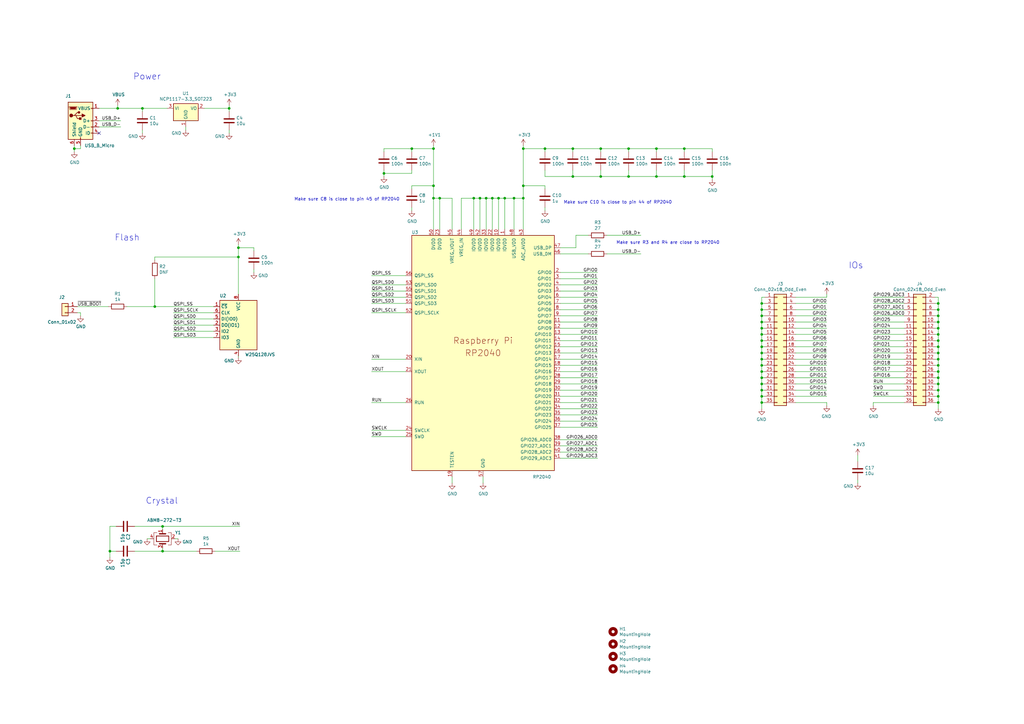
<source format=kicad_sch>
(kicad_sch (version 20230121) (generator eeschema)
  (paper "A3")
  (title_block (title "RP2040 Minimal Design Example") (date "2024-01-16") (rev "REV2") (company "Raspberry Pi Ltd"))
  (lib_symbols
    (symbol "Connector:USB_B_Micro" (pin_names (offset 1.016))
      (property "Reference" "J" (at -5.08 11.43 0))
      (property "Value" "USB_B_Micro" (at -5.08 8.89 0))
      (symbol "USB_B_Micro_0_1"
        (rectangle (start -5.08 -7.62) (end 5.08 7.62) (stroke (width 0.254)) (fill (type background)))
        (circle (center -3.81 2.159) (radius 0.635) (stroke (width 0.254)) (fill (type outline)))
        (circle (center -0.635 3.429) (radius 0.381) (stroke (width 0.254)) (fill (type outline)))
        (rectangle (start -0.127 -7.62) (end 0.127 -6.858))
        (polyline (pts (xy -1.905 2.159) (xy 0.635 2.159)) (stroke (width 0.254)))
        (polyline (pts (xy -3.175 2.159) (xy -2.54 2.159) (xy -1.27 3.429) (xy -0.635 3.429)) (stroke (width 0.254)))
        (polyline (pts (xy -2.54 2.159) (xy -1.905 2.159) (xy -1.27 0.889) (xy 0 0.889)) (stroke (width 0.254)))
        (polyline (pts (xy 0.635 2.794) (xy 0.635 1.524) (xy 1.905 2.159) (xy 0.635 2.794)) (stroke (width 0.254)) (fill (type outline)))
        (polyline (pts (xy -4.318 5.588) (xy -1.778 5.588) (xy -2.032 4.826) (xy -4.064 4.826) (xy -4.318 5.588)) (fill (type outline)))
        (polyline (pts (xy -4.699 5.842) (xy -4.699 5.588) (xy -4.445 4.826) (xy -4.445 4.572) (xy -1.651 4.572) (xy -1.651 4.826) (xy -1.397 5.588) (xy -1.397 5.842) (xy -4.699 5.842)))
        (rectangle (start 0.254 1.27) (end -0.508 0.508) (stroke (width 0.254)) (fill (type outline)))
        (rectangle (start 5.08 -5.207) (end 4.318 -4.953))
        (rectangle (start 5.08 -2.667) (end 4.318 -2.413))
        (rectangle (start 5.08 -0.127) (end 4.318 0.127))
        (rectangle (start 5.08 4.953) (end 4.318 5.207))
      )
      (symbol "USB_B_Micro_1_1"
        (pin power_out line (at 7.62 5.08 180) (length 2.54) (name "VBUS") (number "1"))
        (pin bidirectional line (at 7.62 -2.54 180) (length 2.54) (name "D-") (number "2"))
        (pin bidirectional line (at 7.62 0 180) (length 2.54) (name "D+") (number "3"))
        (pin passive line (at 7.62 -5.08 180) (length 2.54) (name "ID") (number "4"))
        (pin power_out line (at 0 -10.16 90) (length 2.54) (name "GND") (number "5"))
        (pin passive line (at -2.54 -10.16 90) (length 2.54) (name "Shield") (number "6"))
      )
    )
    (symbol "Connector_Generic:Conn_01x02" (pin_names (offset 1.016) hide)
      (property "Reference" "J" (at 0 2.54 0))
      (property "Value" "Conn_01x02" (at 0 -5.08 0))
      (symbol "Conn_01x02_1_1"
        (rectangle (start -1.27 -2.413) (end 0 -2.667) (stroke (width 0.1524)))
        (rectangle (start -1.27 0.127) (end 0 -0.127) (stroke (width 0.1524)))
        (rectangle (start -1.27 1.27) (end 1.27 -3.81) (stroke (width 0.254)) (fill (type background)))
        (pin passive line (at -5.08 0 0) (length 3.81) (name "Pin_1") (number "1"))
        (pin passive line (at -5.08 -2.54 0) (length 3.81) (name "Pin_2") (number "2"))
      )
    )
    (symbol "Connector_Generic:Conn_02x18_Odd_Even" (pin_names (offset 1.016) hide)
      (property "Reference" "J" (at 1.27 22.86 0))
      (property "Value" "Conn_02x18_Odd_Even" (at 1.27 -25.4 0))
      (symbol "Conn_02x18_Odd_Even_1_1"
        (rectangle (start -1.27 -22.733) (end 0 -22.987) (stroke (width 0.1524)))
        (rectangle (start -1.27 -20.193) (end 0 -20.447) (stroke (width 0.1524)))
        (rectangle (start -1.27 -17.653) (end 0 -17.907) (stroke (width 0.1524)))
        (rectangle (start -1.27 -15.113) (end 0 -15.367) (stroke (width 0.1524)))
        (rectangle (start -1.27 -12.573) (end 0 -12.827) (stroke (width 0.1524)))
        (rectangle (start -1.27 -10.033) (end 0 -10.287) (stroke (width 0.1524)))
        (rectangle (start -1.27 -7.493) (end 0 -7.747) (stroke (width 0.1524)))
        (rectangle (start -1.27 -4.953) (end 0 -5.207) (stroke (width 0.1524)))
        (rectangle (start -1.27 -2.413) (end 0 -2.667) (stroke (width 0.1524)))
        (rectangle (start -1.27 0.127) (end 0 -0.127) (stroke (width 0.1524)))
        (rectangle (start -1.27 2.667) (end 0 2.413) (stroke (width 0.1524)))
        (rectangle (start -1.27 5.207) (end 0 4.953) (stroke (width 0.1524)))
        (rectangle (start -1.27 7.747) (end 0 7.493) (stroke (width 0.1524)))
        (rectangle (start -1.27 10.287) (end 0 10.033) (stroke (width 0.1524)))
        (rectangle (start -1.27 12.827) (end 0 12.573) (stroke (width 0.1524)))
        (rectangle (start -1.27 15.367) (end 0 15.113) (stroke (width 0.1524)))
        (rectangle (start -1.27 17.907) (end 0 17.653) (stroke (width 0.1524)))
        (rectangle (start -1.27 20.447) (end 0 20.193) (stroke (width 0.1524)))
        (rectangle (start -1.27 21.59) (end 3.81 -24.13) (stroke (width 0.254)) (fill (type background)))
        (rectangle (start 3.81 -22.733) (end 2.54 -22.987) (stroke (width 0.1524)))
        (rectangle (start 3.81 -20.193) (end 2.54 -20.447) (stroke (width 0.1524)))
        (rectangle (start 3.81 -17.653) (end 2.54 -17.907) (stroke (width 0.1524)))
        (rectangle (start 3.81 -15.113) (end 2.54 -15.367) (stroke (width 0.1524)))
        (rectangle (start 3.81 -12.573) (end 2.54 -12.827) (stroke (width 0.1524)))
        (rectangle (start 3.81 -10.033) (end 2.54 -10.287) (stroke (width 0.1524)))
        (rectangle (start 3.81 -7.493) (end 2.54 -7.747) (stroke (width 0.1524)))
        (rectangle (start 3.81 -4.953) (end 2.54 -5.207) (stroke (width 0.1524)))
        (rectangle (start 3.81 -2.413) (end 2.54 -2.667) (stroke (width 0.1524)))
        (rectangle (start 3.81 0.127) (end 2.54 -0.127) (stroke (width 0.1524)))
        (rectangle (start 3.81 2.667) (end 2.54 2.413) (stroke (width 0.1524)))
        (rectangle (start 3.81 5.207) (end 2.54 4.953) (stroke (width 0.1524)))
        (rectangle (start 3.81 7.747) (end 2.54 7.493) (stroke (width 0.1524)))
        (rectangle (start 3.81 10.287) (end 2.54 10.033) (stroke (width 0.1524)))
        (rectangle (start 3.81 12.827) (end 2.54 12.573) (stroke (width 0.1524)))
        (rectangle (start 3.81 15.367) (end 2.54 15.113) (stroke (width 0.1524)))
        (rectangle (start 3.81 17.907) (end 2.54 17.653) (stroke (width 0.1524)))
        (rectangle (start 3.81 20.447) (end 2.54 20.193) (stroke (width 0.1524)))
        (pin passive line (at -5.08 20.32 0) (length 3.81) (name "Pin_1") (number "1"))
        (pin passive line (at 7.62 10.16 180) (length 3.81) (name "Pin_10") (number "10"))
        (pin passive line (at -5.08 7.62 0) (length 3.81) (name "Pin_11") (number "11"))
        (pin passive line (at 7.62 7.62 180) (length 3.81) (name "Pin_12") (number "12"))
        (pin passive line (at -5.08 5.08 0) (length 3.81) (name "Pin_13") (number "13"))
        (pin passive line (at 7.62 5.08 180) (length 3.81) (name "Pin_14") (number "14"))
        (pin passive line (at -5.08 2.54 0) (length 3.81) (name "Pin_15") (number "15"))
        (pin passive line (at 7.62 2.54 180) (length 3.81) (name "Pin_16") (number "16"))
        (pin passive line (at -5.08 0 0) (length 3.81) (name "Pin_17") (number "17"))
        (pin passive line (at 7.62 0 180) (length 3.81) (name "Pin_18") (number "18"))
        (pin passive line (at -5.08 -2.54 0) (length 3.81) (name "Pin_19") (number "19"))
        (pin passive line (at 7.62 20.32 180) (length 3.81) (name "Pin_2") (number "2"))
        (pin passive line (at 7.62 -2.54 180) (length 3.81) (name "Pin_20") (number "20"))
        (pin passive line (at -5.08 -5.08 0) (length 3.81) (name "Pin_21") (number "21"))
        (pin passive line (at 7.62 -5.08 180) (length 3.81) (name "Pin_22") (number "22"))
        (pin passive line (at -5.08 -7.62 0) (length 3.81) (name "Pin_23") (number "23"))
        (pin passive line (at 7.62 -7.62 180) (length 3.81) (name "Pin_24") (number "24"))
        (pin passive line (at -5.08 -10.16 0) (length 3.81) (name "Pin_25") (number "25"))
        (pin passive line (at 7.62 -10.16 180) (length 3.81) (name "Pin_26") (number "26"))
        (pin passive line (at -5.08 -12.7 0) (length 3.81) (name "Pin_27") (number "27"))
        (pin passive line (at 7.62 -12.7 180) (length 3.81) (name "Pin_28") (number "28"))
        (pin passive line (at -5.08 -15.24 0) (length 3.81) (name "Pin_29") (number "29"))
        (pin passive line (at -5.08 17.78 0) (length 3.81) (name "Pin_3") (number "3"))
        (pin passive line (at 7.62 -15.24 180) (length 3.81) (name "Pin_30") (number "30"))
        (pin passive line (at -5.08 -17.78 0) (length 3.81) (name "Pin_31") (number "31"))
        (pin passive line (at 7.62 -17.78 180) (length 3.81) (name "Pin_32") (number "32"))
        (pin passive line (at -5.08 -20.32 0) (length 3.81) (name "Pin_33") (number "33"))
        (pin passive line (at 7.62 -20.32 180) (length 3.81) (name "Pin_34") (number "34"))
        (pin passive line (at -5.08 -22.86 0) (length 3.81) (name "Pin_35") (number "35"))
        (pin passive line (at 7.62 -22.86 180) (length 3.81) (name "Pin_36") (number "36"))
        (pin passive line (at 7.62 17.78 180) (length 3.81) (name "Pin_4") (number "4"))
        (pin passive line (at -5.08 15.24 0) (length 3.81) (name "Pin_5") (number "5"))
        (pin passive line (at 7.62 15.24 180) (length 3.81) (name "Pin_6") (number "6"))
        (pin passive line (at -5.08 12.7 0) (length 3.81) (name "Pin_7") (number "7"))
        (pin passive line (at 7.62 12.7 180) (length 3.81) (name "Pin_8") (number "8"))
        (pin passive line (at -5.08 10.16 0) (length 3.81) (name "Pin_9") (number "9"))
      )
    )
    (symbol "Device:C" (pin_numbers hide) (pin_names (offset 0.254))
      (property "Reference" "C" (at 0.635 2.54 0))
      (property "Value" "C" (at 0.635 -2.54 0))
      (symbol "C_0_1"
        (polyline (pts (xy -2.032 -0.762) (xy 2.032 -0.762)) (stroke (width 0.508)))
        (polyline (pts (xy -2.032 0.762) (xy 2.032 0.762)) (stroke (width 0.508)))
      )
      (symbol "C_1_1"
        (pin passive line (at 0 3.81 270) (length 2.794) (name "~") (number "1"))
        (pin passive line (at 0 -3.81 90) (length 2.794) (name "~") (number "2"))
      )
    )
    (symbol "Device:Crystal_GND24" (pin_names (offset 1.016) hide)
      (property "Reference" "Y" (at 3.175 5.08 0))
      (property "Value" "Crystal_GND24" (at 3.175 3.175 0))
      (symbol "Crystal_GND24_0_1"
        (rectangle (start -1.143 2.54) (end 1.143 -2.54) (stroke (width 0.3048)))
        (polyline (pts (xy -2.54 0) (xy -2.032 0)))
        (polyline (pts (xy -2.032 -1.27) (xy -2.032 1.27)) (stroke (width 0.508)))
        (polyline (pts (xy 0 -3.81) (xy 0 -3.556)))
        (polyline (pts (xy 0 3.556) (xy 0 3.81)))
        (polyline (pts (xy 2.032 -1.27) (xy 2.032 1.27)) (stroke (width 0.508)))
        (polyline (pts (xy 2.032 0) (xy 2.54 0)))
        (polyline (pts (xy -2.54 -2.286) (xy -2.54 -3.556) (xy 2.54 -3.556) (xy 2.54 -2.286)))
        (polyline (pts (xy -2.54 2.286) (xy -2.54 3.556) (xy 2.54 3.556) (xy 2.54 2.286)))
      )
      (symbol "Crystal_GND24_1_1"
        (pin passive line (at -3.81 0 0) (length 1.27) (name "1") (number "1"))
        (pin passive line (at 0 5.08 270) (length 1.27) (name "2") (number "2"))
        (pin passive line (at 3.81 0 180) (length 1.27) (name "3") (number "3"))
        (pin passive line (at 0 -5.08 90) (length 1.27) (name "4") (number "4"))
      )
    )
    (symbol "Device:R" (pin_numbers hide) (pin_names (offset 0))
      (property "Reference" "R" (at 2.032 0 90))
      (property "Value" "R" (at 0 0 90))
      (symbol "R_0_1"
        (rectangle (start -1.016 -2.54) (end 1.016 2.54) (stroke (width 0.254)))
      )
      (symbol "R_1_1"
        (pin passive line (at 0 3.81 270) (length 1.27) (name "~") (number "1"))
        (pin passive line (at 0 -3.81 90) (length 1.27) (name "~") (number "2"))
      )
    )
    (symbol "MCU_RaspberryPi_RP2040:RP2040" (pin_names (offset 1.016))
      (property "Reference" "U" (at -29.21 49.53 0))
      (property "Value" "RP2040" (at 24.13 -49.53 0))
      (symbol "RP2040_0_0"
        (text "Raspberry Pi" (at 0 5.08 0) (effects (font (size 2.54 2.54))))
        (text "RP2040" (at 0 0 0) (effects (font (size 2.54 2.54))))
      )
      (symbol "RP2040_0_1"
        (rectangle (start 29.21 48.26) (end -29.21 -48.26) (stroke (width 0.254)) (fill (type background)))
      )
      (symbol "RP2040_1_1"
        (pin power_in line (at 8.89 50.8 270) (length 2.54) (name "IOVDD") (number "1"))
        (pin power_in line (at 6.35 50.8 270) (length 2.54) (name "IOVDD") (number "10"))
        (pin bidirectional line (at 31.75 12.7 180) (length 2.54) (name "GPIO8") (number "11"))
        (pin bidirectional line (at 31.75 10.16 180) (length 2.54) (name "GPIO9") (number "12"))
        (pin bidirectional line (at 31.75 7.62 180) (length 2.54) (name "GPIO10") (number "13"))
        (pin bidirectional line (at 31.75 5.08 180) (length 2.54) (name "GPIO11") (number "14"))
        (pin bidirectional line (at 31.75 2.54 180) (length 2.54) (name "GPIO12") (number "15"))
        (pin bidirectional line (at 31.75 0 180) (length 2.54) (name "GPIO13") (number "16"))
        (pin bidirectional line (at 31.75 -2.54 180) (length 2.54) (name "GPIO14") (number "17"))
        (pin bidirectional line (at 31.75 -5.08 180) (length 2.54) (name "GPIO15") (number "18"))
        (pin passive line (at -12.7 -50.8 90) (length 2.54) (name "TESTEN") (number "19"))
        (pin bidirectional line (at 31.75 33.02 180) (length 2.54) (name "GPIO0") (number "2"))
        (pin input line (at -31.75 -2.54 0) (length 2.54) (name "XIN") (number "20"))
        (pin passive line (at -31.75 -7.62 0) (length 2.54) (name "XOUT") (number "21"))
        (pin power_in line (at 3.81 50.8 270) (length 2.54) (name "IOVDD") (number "22"))
        (pin power_in line (at -17.78 50.8 270) (length 2.54) (name "DVDD") (number "23"))
        (pin output line (at -31.75 -31.75 0) (length 2.54) (name "SWCLK") (number "24"))
        (pin bidirectional line (at -31.75 -34.29 0) (length 2.54) (name "SWD") (number "25"))
        (pin input line (at -31.75 -20.32 0) (length 2.54) (name "RUN") (number "26"))
        (pin bidirectional line (at 31.75 -7.62 180) (length 2.54) (name "GPIO16") (number "27"))
        (pin bidirectional line (at 31.75 -10.16 180) (length 2.54) (name "GPIO17") (number "28"))
        (pin bidirectional line (at 31.75 -12.7 180) (length 2.54) (name "GPIO18") (number "29"))
        (pin bidirectional line (at 31.75 30.48 180) (length 2.54) (name "GPIO1") (number "3"))
        (pin bidirectional line (at 31.75 -15.24 180) (length 2.54) (name "GPIO19") (number "30"))
        (pin bidirectional line (at 31.75 -17.78 180) (length 2.54) (name "GPIO20") (number "31"))
        (pin bidirectional line (at 31.75 -20.32 180) (length 2.54) (name "GPIO21") (number "32"))
        (pin power_in line (at 1.27 50.8 270) (length 2.54) (name "IOVDD") (number "33"))
        (pin bidirectional line (at 31.75 -22.86 180) (length 2.54) (name "GPIO22") (number "34"))
        (pin bidirectional line (at 31.75 -25.4 180) (length 2.54) (name "GPIO23") (number "35"))
        (pin bidirectional line (at 31.75 -27.94 180) (length 2.54) (name "GPIO24") (number "36"))
        (pin bidirectional line (at 31.75 -30.48 180) (length 2.54) (name "GPIO25") (number "37"))
        (pin bidirectional line (at 31.75 -35.56 180) (length 2.54) (name "GPIO26_ADC0") (number "38"))
        (pin bidirectional line (at 31.75 -38.1 180) (length 2.54) (name "GPIO27_ADC1") (number "39"))
        (pin bidirectional line (at 31.75 27.94 180) (length 2.54) (name "GPIO2") (number "4"))
        (pin bidirectional line (at 31.75 -40.64 180) (length 2.54) (name "GPIO28_ADC2") (number "40"))
        (pin bidirectional line (at 31.75 -43.18 180) (length 2.54) (name "GPIO29_ADC3") (number "41"))
        (pin power_in line (at -1.27 50.8 270) (length 2.54) (name "IOVDD") (number "42"))
        (pin power_in line (at 16.51 50.8 270) (length 2.54) (name "ADC_AVDD") (number "43"))
        (pin power_in line (at -8.89 50.8 270) (length 2.54) (name "VREG_IN") (number "44"))
        (pin power_out line (at -12.7 50.8 270) (length 2.54) (name "VREG_VOUT") (number "45"))
        (pin bidirectional line (at 31.75 40.64 180) (length 2.54) (name "USB_DM") (number "46"))
        (pin bidirectional line (at 31.75 43.18 180) (length 2.54) (name "USB_DP") (number "47"))
        (pin power_in line (at 12.7 50.8 270) (length 2.54) (name "USB_VDD") (number "48"))
        (pin power_in line (at -3.81 50.8 270) (length 2.54) (name "IOVDD") (number "49"))
        (pin bidirectional line (at 31.75 25.4 180) (length 2.54) (name "GPIO3") (number "5"))
        (pin power_in line (at -20.32 50.8 270) (length 2.54) (name "DVDD") (number "50"))
        (pin bidirectional line (at -31.75 20.32 0) (length 2.54) (name "QSPI_SD3") (number "51"))
        (pin output line (at -31.75 16.51 0) (length 2.54) (name "QSPI_SCLK") (number "52"))
        (pin bidirectional line (at -31.75 27.94 0) (length 2.54) (name "QSPI_SD0") (number "53"))
        (pin bidirectional line (at -31.75 22.86 0) (length 2.54) (name "QSPI_SD2") (number "54"))
        (pin bidirectional line (at -31.75 25.4 0) (length 2.54) (name "QSPI_SD1") (number "55"))
        (pin bidirectional line (at -31.75 31.75 0) (length 2.54) (name "QSPI_SS") (number "56"))
        (pin power_in line (at 0 -50.8 90) (length 2.54) (name "GND") (number "57"))
        (pin bidirectional line (at 31.75 22.86 180) (length 2.54) (name "GPIO4") (number "6"))
        (pin bidirectional line (at 31.75 20.32 180) (length 2.54) (name "GPIO5") (number "7"))
        (pin bidirectional line (at 31.75 17.78 180) (length 2.54) (name "GPIO6") (number "8"))
        (pin bidirectional line (at 31.75 15.24 180) (length 2.54) (name "GPIO7") (number "9"))
      )
    )
    (symbol "Mechanical:MountingHole" (pin_names (offset 1.016))
      (property "Reference" "H" (at 0 5.08 0))
      (property "Value" "MountingHole" (at 0 3.175 0))
      (symbol "MountingHole_0_1"
        (circle (center 0 0) (radius 1.27) (stroke (width 1.27)))
      )
    )
    (symbol "Memory_Flash:W25Q128JVS"
      (property "Reference" "U" (at -8.89 8.89 0))
      (property "Value" "W25Q128JVS" (at 7.62 8.89 0))
      (symbol "W25Q128JVS_0_1"
        (rectangle (start -7.62 10.16) (end 7.62 -10.16) (stroke (width 0.254)) (fill (type background)))
      )
      (symbol "W25Q128JVS_1_1"
        (pin input line (at -10.16 7.62 0) (length 2.54) (name "~{CS}") (number "1"))
        (pin bidirectional line (at -10.16 0 0) (length 2.54) (name "DO(IO1)") (number "2"))
        (pin bidirectional line (at -10.16 -2.54 0) (length 2.54) (name "IO2") (number "3"))
        (pin power_in line (at 0 -12.7 90) (length 2.54) (name "GND") (number "4"))
        (pin bidirectional line (at -10.16 2.54 0) (length 2.54) (name "DI(IO0)") (number "5"))
        (pin input line (at -10.16 5.08 0) (length 2.54) (name "CLK") (number "6"))
        (pin bidirectional line (at -10.16 -5.08 0) (length 2.54) (name "IO3") (number "7"))
        (pin power_in line (at 0 12.7 270) (length 2.54) (name "VCC") (number "8"))
      )
    )
    (symbol "Regulator_Linear:NCP1117-3.3_SOT223"
      (property "Reference" "U" (at -3.81 3.175 0))
      (property "Value" "NCP1117-3.3_SOT223" (at 0 3.175 0))
      (symbol "NCP1117-3.3_SOT223_0_1"
        (rectangle (start -5.08 -5.08) (end 5.08 1.905) (stroke (width 0.254)) (fill (type background)))
      )
      (symbol "NCP1117-3.3_SOT223_1_1"
        (pin power_in line (at 0 -7.62 90) (length 2.54) (name "GND") (number "1"))
        (pin power_out line (at 7.62 0 180) (length 2.54) (name "VO") (number "2"))
        (pin power_in line (at -7.62 0 0) (length 2.54) (name "VI") (number "3"))
      )
    )
    (symbol "power:+1V1" (power) (pin_names (offset 0))
      (property "Value" "+1V1" (at 0 3.556 0))
      (symbol "+1V1_0_1"
        (polyline (pts (xy -0.762 1.27) (xy 0 2.54)))
        (polyline (pts (xy 0 0) (xy 0 2.54)))
        (polyline (pts (xy 0 2.54) (xy 0.762 1.27)))
      )
      (symbol "+1V1_1_1"
        (pin power_in line (at 0 0 90) (length 0) hide (name "+1V1") (number "1"))
      )
    )
    (symbol "power:+3V3" (power) (pin_names (offset 0))
      (property "Value" "+3V3" (at 0 3.556 0))
      (symbol "+3V3_0_1"
        (polyline (pts (xy -0.762 1.27) (xy 0 2.54)))
        (polyline (pts (xy 0 0) (xy 0 2.54)))
        (polyline (pts (xy 0 2.54) (xy 0.762 1.27)))
      )
      (symbol "+3V3_1_1"
        (pin power_in line (at 0 0 90) (length 0) hide (name "+3V3") (number "1"))
      )
    )
    (symbol "power:GND" (power) (pin_names (offset 0))
      (property "Value" "GND" (at 0 -3.81 0))
      (symbol "GND_0_1"
        (polyline (pts (xy 0 0) (xy 0 -1.27) (xy 1.27 -1.27) (xy 0 -2.54) (xy -1.27 -1.27) (xy 0 -1.27)))
      )
      (symbol "GND_1_1"
        (pin power_in line (at 0 0 270) (length 0) hide (name "GND") (number "1"))
      )
    )
    (symbol "power:VBUS" (power) (pin_names (offset 0))
      (property "Value" "VBUS" (at 0 3.81 0))
      (symbol "VBUS_0_1"
        (polyline (pts (xy -0.762 1.27) (xy 0 2.54)))
        (polyline (pts (xy 0 0) (xy 0 2.54)))
        (polyline (pts (xy 0 2.54) (xy 0.762 1.27)))
      )
      (symbol "VBUS_1_1"
        (pin power_in line (at 0 0 90) (length 0) hide (name "VBUS") (number "1"))
      )
    )
  )
  (junction (at 201.93 81.28))
  (junction (at 384.81 129.54))
  (junction (at 199.39 81.28))
  (junction (at 312.42 132.08))
  (junction (at 384.81 165.1))
  (junction (at 384.81 132.08))
  (junction (at 97.79 105.41))
  (junction (at 177.8 76.2))
  (junction (at 214.63 76.2))
  (junction (at 168.91 60.96))
  (junction (at 384.81 147.32))
  (junction (at 45.085 226.06))
  (junction (at 223.52 60.96))
  (junction (at 312.42 147.32))
  (junction (at 312.42 124.46))
  (junction (at 246.38 72.39))
  (junction (at 384.81 157.48))
  (junction (at 312.42 162.56))
  (junction (at 257.81 60.96))
  (junction (at 66.675 215.9))
  (junction (at 246.38 60.96))
  (junction (at 177.8 81.28))
  (junction (at 180.34 81.28))
  (junction (at 204.47 81.28))
  (junction (at 384.81 137.16))
  (junction (at 157.48 71.12))
  (junction (at 93.98 44.45))
  (junction (at 384.81 142.24))
  (junction (at 280.67 60.96))
  (junction (at 312.42 157.48))
  (junction (at 384.81 154.94))
  (junction (at 312.42 127))
  (junction (at 292.1 72.39))
  (junction (at 66.675 226.06))
  (junction (at 384.81 127))
  (junction (at 312.42 134.62))
  (junction (at 48.26 44.45))
  (junction (at 257.81 72.39))
  (junction (at 384.81 162.56))
  (junction (at 97.79 101.6))
  (junction (at 312.42 144.78))
  (junction (at 312.42 139.7))
  (junction (at 30.48 60.96))
  (junction (at 177.8 60.96))
  (junction (at 384.81 134.62))
  (junction (at 234.95 72.39))
  (junction (at 269.24 72.39))
  (junction (at 312.42 142.24))
  (junction (at 384.81 149.86))
  (junction (at 312.42 160.02))
  (junction (at 58.42 44.45))
  (junction (at 384.81 139.7))
  (junction (at 384.81 124.46))
  (junction (at 312.42 154.94))
  (junction (at 207.01 81.28))
  (junction (at 214.63 81.28))
  (junction (at 312.42 137.16))
  (junction (at 63.5 125.73))
  (junction (at 312.42 165.1))
  (junction (at 312.42 152.4))
  (junction (at 312.42 149.86))
  (junction (at 384.81 152.4))
  (junction (at 384.81 144.78))
  (junction (at 196.85 81.28))
  (junction (at 214.63 60.96))
  (junction (at 384.81 160.02))
  (junction (at 194.31 81.28))
  (junction (at 269.24 60.96))
  (junction (at 280.67 72.39))
  (junction (at 312.42 129.54))
  (junction (at 210.82 81.28))
  (junction (at 234.95 60.96))
  (no_connect (at 40.64 54.61))
  (wire (pts (xy 177.8 81.28) (xy 177.8 93.98)))
  (wire (pts (xy 229.87 137.16) (xy 245.11 137.16)))
  (wire (pts (xy 157.48 71.12) (xy 168.91 71.12)))
  (wire (pts (xy 236.22 96.52) (xy 236.22 101.6)))
  (wire (pts (xy 384.81 147.32) (xy 384.81 149.86)))
  (wire (pts (xy 48.26 44.45) (xy 58.42 44.45)))
  (wire (pts (xy 370.84 134.62) (xy 358.14 134.62)))
  (wire (pts (xy 246.38 60.96) (xy 257.81 60.96)))
  (wire (pts (xy 207.01 81.28) (xy 210.82 81.28)))
  (wire (pts (xy 339.09 142.24) (xy 326.39 142.24)))
  (wire (pts (xy 312.42 154.94) (xy 312.42 157.48)))
  (wire (pts (xy 351.79 196.85) (xy 351.79 198.12)))
  (wire (pts (xy 87.63 138.43) (xy 71.12 138.43)))
  (wire (pts (xy 246.38 62.23) (xy 246.38 60.96)))
  (wire (pts (xy 177.8 59.69) (xy 177.8 60.96)))
  (wire (pts (xy 229.87 149.86) (xy 245.11 149.86)))
  (wire (pts (xy 384.81 132.08) (xy 384.81 134.62)))
  (wire (pts (xy 370.84 142.24) (xy 358.14 142.24)))
  (wire (pts (xy 97.79 101.6) (xy 97.79 105.41)))
  (wire (pts (xy 58.42 53.34) (xy 58.42 54.61)))
  (wire (pts (xy 229.87 175.26) (xy 245.11 175.26)))
  (wire (pts (xy 194.31 81.28) (xy 196.85 81.28)))
  (wire (pts (xy 229.87 170.18) (xy 245.11 170.18)))
  (wire (pts (xy 48.26 43.18) (xy 48.26 44.45)))
  (wire (pts (xy 229.87 104.14) (xy 241.3 104.14)))
  (wire (pts (xy 339.09 166.37) (xy 339.09 165.1)))
  (wire (pts (xy 229.87 111.76) (xy 245.11 111.76)))
  (wire (pts (xy 71.12 128.27) (xy 87.63 128.27)))
  (wire (pts (xy 97.79 100.33) (xy 97.79 101.6)))
  (wire (pts (xy 248.92 96.52) (xy 262.89 96.52)))
  (wire (pts (xy 313.69 165.1) (xy 312.42 165.1)))
  (wire (pts (xy 185.42 93.98) (xy 185.42 81.28)))
  (wire (pts (xy 384.81 154.94) (xy 384.81 157.48)))
  (wire (pts (xy 313.69 121.92) (xy 312.42 121.92)))
  (wire (pts (xy 339.09 165.1) (xy 326.39 165.1)))
  (wire (pts (xy 384.81 124.46) (xy 384.81 127)))
  (wire (pts (xy 246.38 69.85) (xy 246.38 72.39)))
  (wire (pts (xy 229.87 116.84) (xy 245.11 116.84)))
  (wire (pts (xy 58.42 45.72) (xy 58.42 44.45)))
  (wire (pts (xy 177.8 76.2) (xy 177.8 81.28)))
  (wire (pts (xy 384.81 129.54) (xy 384.81 132.08)))
  (wire (pts (xy 60.325 220.98) (xy 61.595 220.98)))
  (wire (pts (xy 189.23 81.28) (xy 194.31 81.28)))
  (wire (pts (xy 157.48 60.96) (xy 168.91 60.96)))
  (wire (pts (xy 339.09 139.7) (xy 326.39 139.7)))
  (wire (pts (xy 229.87 185.42) (xy 245.11 185.42)))
  (wire (pts (xy 63.5 114.3) (xy 63.5 125.73)))
  (wire (pts (xy 384.81 160.02) (xy 384.81 162.56)))
  (wire (pts (xy 312.42 157.48) (xy 312.42 160.02)))
  (wire (pts (xy 157.48 69.85) (xy 157.48 71.12)))
  (wire (pts (xy 312.42 129.54) (xy 312.42 132.08)))
  (wire (pts (xy 313.69 147.32) (xy 312.42 147.32)))
  (wire (pts (xy 71.755 220.98) (xy 73.025 220.98)))
  (wire (pts (xy 313.69 144.78) (xy 312.42 144.78)))
  (wire (pts (xy 152.4 124.46) (xy 166.37 124.46)))
  (wire (pts (xy 339.09 160.02) (xy 326.39 160.02)))
  (wire (pts (xy 383.54 129.54) (xy 384.81 129.54)))
  (wire (pts (xy 55.245 215.9) (xy 66.675 215.9)))
  (wire (pts (xy 339.09 152.4) (xy 326.39 152.4)))
  (wire (pts (xy 383.54 127) (xy 384.81 127)))
  (wire (pts (xy 93.98 45.72) (xy 93.98 44.45)))
  (wire (pts (xy 214.63 81.28) (xy 214.63 93.98)))
  (wire (pts (xy 168.91 60.96) (xy 177.8 60.96)))
  (wire (pts (xy 44.45 125.73) (xy 31.75 125.73)))
  (wire (pts (xy 370.84 129.54) (xy 358.14 129.54)))
  (wire (pts (xy 214.63 76.2) (xy 223.52 76.2)))
  (wire (pts (xy 97.79 146.685) (xy 97.79 146.05)))
  (wire (pts (xy 199.39 93.98) (xy 199.39 81.28)))
  (wire (pts (xy 40.64 49.53) (xy 49.53 49.53)))
  (wire (pts (xy 339.09 149.86) (xy 326.39 149.86)))
  (wire (pts (xy 177.8 60.96) (xy 177.8 76.2)))
  (wire (pts (xy 210.82 81.28) (xy 214.63 81.28)))
  (wire (pts (xy 152.4 119.38) (xy 166.37 119.38)))
  (wire (pts (xy 166.37 165.1) (xy 152.4 165.1)))
  (wire (pts (xy 269.24 62.23) (xy 269.24 60.96)))
  (wire (pts (xy 370.84 124.46) (xy 358.14 124.46)))
  (wire (pts (xy 196.85 81.28) (xy 199.39 81.28)))
  (wire (pts (xy 87.63 133.35) (xy 71.12 133.35)))
  (wire (pts (xy 339.09 132.08) (xy 326.39 132.08)))
  (wire (pts (xy 384.81 142.24) (xy 384.81 144.78)))
  (wire (pts (xy 339.09 127) (xy 326.39 127)))
  (wire (pts (xy 383.54 162.56) (xy 384.81 162.56)))
  (wire (pts (xy 223.52 62.23) (xy 223.52 60.96)))
  (wire (pts (xy 313.69 132.08) (xy 312.42 132.08)))
  (wire (pts (xy 312.42 134.62) (xy 312.42 137.16)))
  (wire (pts (xy 214.63 60.96) (xy 223.52 60.96)))
  (wire (pts (xy 104.14 101.6) (xy 97.79 101.6)))
  (wire (pts (xy 207.01 81.28) (xy 207.01 93.98)))
  (wire (pts (xy 196.85 93.98) (xy 196.85 81.28)))
  (wire (pts (xy 383.54 147.32) (xy 384.81 147.32)))
  (wire (pts (xy 33.02 59.69) (xy 33.02 60.96)))
  (wire (pts (xy 66.675 224.79) (xy 66.675 226.06)))
  (wire (pts (xy 45.085 226.06) (xy 45.085 228.6)))
  (wire (pts (xy 229.87 101.6) (xy 236.22 101.6)))
  (wire (pts (xy 384.81 144.78) (xy 384.81 147.32)))
  (wire (pts (xy 383.54 134.62) (xy 384.81 134.62)))
  (wire (pts (xy 214.63 60.96) (xy 214.63 76.2)))
  (wire (pts (xy 383.54 139.7) (xy 384.81 139.7)))
  (wire (pts (xy 76.2 52.07) (xy 76.2 53.34)))
  (wire (pts (xy 166.37 152.4) (xy 152.4 152.4)))
  (wire (pts (xy 166.37 113.03) (xy 152.4 113.03)))
  (wire (pts (xy 312.42 152.4) (xy 312.42 154.94)))
  (wire (pts (xy 269.24 60.96) (xy 280.67 60.96)))
  (wire (pts (xy 292.1 69.85) (xy 292.1 72.39)))
  (wire (pts (xy 88.265 226.06) (xy 98.425 226.06)))
  (wire (pts (xy 83.82 44.45) (xy 93.98 44.45)))
  (wire (pts (xy 229.87 147.32) (xy 245.11 147.32)))
  (wire (pts (xy 313.69 127) (xy 312.42 127)))
  (wire (pts (xy 370.84 152.4) (xy 358.14 152.4)))
  (wire (pts (xy 229.87 127) (xy 245.11 127)))
  (wire (pts (xy 168.91 71.12) (xy 168.91 69.85)))
  (wire (pts (xy 313.69 157.48) (xy 312.42 157.48)))
  (wire (pts (xy 234.95 62.23) (xy 234.95 60.96)))
  (wire (pts (xy 234.95 72.39) (xy 223.52 72.39)))
  (wire (pts (xy 229.87 180.34) (xy 245.11 180.34)))
  (wire (pts (xy 214.63 76.2) (xy 214.63 81.28)))
  (wire (pts (xy 384.81 152.4) (xy 384.81 154.94)))
  (wire (pts (xy 214.63 59.69) (xy 214.63 60.96)))
  (wire (pts (xy 384.81 127) (xy 384.81 129.54)))
  (wire (pts (xy 229.87 129.54) (xy 245.11 129.54)))
  (wire (pts (xy 168.91 77.47) (xy 168.91 76.2)))
  (wire (pts (xy 87.63 135.89) (xy 71.12 135.89)))
  (wire (pts (xy 31.75 128.27) (xy 33.02 128.27)))
  (wire (pts (xy 234.95 60.96) (xy 246.38 60.96)))
  (wire (pts (xy 312.42 121.92) (xy 312.42 124.46)))
  (wire (pts (xy 370.84 149.86) (xy 358.14 149.86)))
  (wire (pts (xy 52.07 125.73) (xy 63.5 125.73)))
  (wire (pts (xy 313.69 139.7) (xy 312.42 139.7)))
  (wire (pts (xy 312.42 165.1) (xy 312.42 167.64)))
  (wire (pts (xy 383.54 165.1) (xy 384.81 165.1)))
  (wire (pts (xy 30.48 59.69) (xy 30.48 60.96)))
  (wire (pts (xy 312.42 162.56) (xy 312.42 165.1)))
  (wire (pts (xy 229.87 187.96) (xy 245.11 187.96)))
  (wire (pts (xy 383.54 121.92) (xy 384.81 121.92)))
  (wire (pts (xy 358.14 165.1) (xy 370.84 165.1)))
  (wire (pts (xy 312.42 139.7) (xy 312.42 142.24)))
  (wire (pts (xy 312.42 124.46) (xy 312.42 127)))
  (wire (pts (xy 312.42 144.78) (xy 312.42 147.32)))
  (wire (pts (xy 234.95 69.85) (xy 234.95 72.39)))
  (wire (pts (xy 312.42 160.02) (xy 312.42 162.56)))
  (wire (pts (xy 180.34 93.98) (xy 180.34 81.28)))
  (wire (pts (xy 384.81 139.7) (xy 384.81 142.24)))
  (wire (pts (xy 280.67 72.39) (xy 292.1 72.39)))
  (wire (pts (xy 312.42 137.16) (xy 312.42 139.7)))
  (wire (pts (xy 33.02 60.96) (xy 30.48 60.96)))
  (wire (pts (xy 370.84 157.48) (xy 358.14 157.48)))
  (wire (pts (xy 339.09 137.16) (xy 326.39 137.16)))
  (wire (pts (xy 68.58 44.45) (xy 58.42 44.45)))
  (wire (pts (xy 269.24 69.85) (xy 269.24 72.39)))
  (wire (pts (xy 383.54 154.94) (xy 384.81 154.94)))
  (wire (pts (xy 383.54 152.4) (xy 384.81 152.4)))
  (wire (pts (xy 223.52 60.96) (xy 234.95 60.96)))
  (wire (pts (xy 223.52 85.09) (xy 223.52 86.36)))
  (wire (pts (xy 383.54 157.48) (xy 384.81 157.48)))
  (wire (pts (xy 229.87 132.08) (xy 245.11 132.08)))
  (wire (pts (xy 313.69 152.4) (xy 312.42 152.4)))
  (wire (pts (xy 204.47 93.98) (xy 204.47 81.28)))
  (wire (pts (xy 313.69 160.02) (xy 312.42 160.02)))
  (wire (pts (xy 55.245 226.06) (xy 66.675 226.06)))
  (wire (pts (xy 313.69 129.54) (xy 312.42 129.54)))
  (wire (pts (xy 47.625 226.06) (xy 45.085 226.06)))
  (wire (pts (xy 339.09 162.56) (xy 326.39 162.56)))
  (wire (pts (xy 66.675 226.06) (xy 80.645 226.06)))
  (wire (pts (xy 313.69 162.56) (xy 312.42 162.56)))
  (wire (pts (xy 229.87 119.38) (xy 245.11 119.38)))
  (wire (pts (xy 292.1 62.23) (xy 292.1 60.96)))
  (wire (pts (xy 166.37 179.07) (xy 152.4 179.07)))
  (wire (pts (xy 199.39 81.28) (xy 201.93 81.28)))
  (wire (pts (xy 312.42 142.24) (xy 312.42 144.78)))
  (wire (pts (xy 292.1 72.39) (xy 292.1 73.66)))
  (wire (pts (xy 383.54 137.16) (xy 384.81 137.16)))
  (wire (pts (xy 351.79 186.69) (xy 351.79 189.23)))
  (wire (pts (xy 229.87 157.48) (xy 245.11 157.48)))
  (wire (pts (xy 313.69 142.24) (xy 312.42 142.24)))
  (wire (pts (xy 384.81 121.92) (xy 384.81 124.46)))
  (wire (pts (xy 166.37 128.27) (xy 152.4 128.27)))
  (wire (pts (xy 313.69 149.86) (xy 312.42 149.86)))
  (wire (pts (xy 198.12 195.58) (xy 198.12 198.12)))
  (wire (pts (xy 339.09 121.92) (xy 339.09 120.65)))
  (wire (pts (xy 168.91 76.2) (xy 177.8 76.2)))
  (wire (pts (xy 229.87 154.94) (xy 245.11 154.94)))
  (wire (pts (xy 87.63 130.81) (xy 71.12 130.81)))
  (wire (pts (xy 246.38 72.39) (xy 234.95 72.39)))
  (wire (pts (xy 370.84 132.08) (xy 358.14 132.08)))
  (wire (pts (xy 223.52 69.85) (xy 223.52 72.39)))
  (wire (pts (xy 370.84 137.16) (xy 358.14 137.16)))
  (wire (pts (xy 339.09 144.78) (xy 326.39 144.78)))
  (wire (pts (xy 384.81 157.48) (xy 384.81 160.02)))
  (wire (pts (xy 370.84 160.02) (xy 358.14 160.02)))
  (wire (pts (xy 339.09 129.54) (xy 326.39 129.54)))
  (wire (pts (xy 185.42 195.58) (xy 185.42 198.12)))
  (wire (pts (xy 229.87 160.02) (xy 245.11 160.02)))
  (wire (pts (xy 47.625 215.9) (xy 45.085 215.9)))
  (wire (pts (xy 229.87 139.7) (xy 245.11 139.7)))
  (wire (pts (xy 370.84 162.56) (xy 358.14 162.56)))
  (wire (pts (xy 229.87 165.1) (xy 245.11 165.1)))
  (wire (pts (xy 313.69 134.62) (xy 312.42 134.62)))
  (wire (pts (xy 180.34 81.28) (xy 177.8 81.28)))
  (wire (pts (xy 248.92 104.14) (xy 262.89 104.14)))
  (wire (pts (xy 383.54 144.78) (xy 384.81 144.78)))
  (wire (pts (xy 383.54 132.08) (xy 384.81 132.08)))
  (wire (pts (xy 229.87 144.78) (xy 245.11 144.78)))
  (wire (pts (xy 280.67 72.39) (xy 269.24 72.39)))
  (wire (pts (xy 45.085 215.9) (xy 45.085 226.06)))
  (wire (pts (xy 312.42 147.32) (xy 312.42 149.86)))
  (wire (pts (xy 312.42 132.08) (xy 312.42 134.62)))
  (wire (pts (xy 312.42 127) (xy 312.42 129.54)))
  (wire (pts (xy 66.675 217.17) (xy 66.675 215.9)))
  (wire (pts (xy 152.4 116.84) (xy 166.37 116.84)))
  (wire (pts (xy 358.14 166.37) (xy 358.14 165.1)))
  (wire (pts (xy 201.93 81.28) (xy 204.47 81.28)))
  (wire (pts (xy 229.87 134.62) (xy 245.11 134.62)))
  (wire (pts (xy 383.54 142.24) (xy 384.81 142.24)))
  (wire (pts (xy 229.87 152.4) (xy 245.11 152.4)))
  (wire (pts (xy 339.09 147.32) (xy 326.39 147.32)))
  (wire (pts (xy 157.48 62.23) (xy 157.48 60.96)))
  (wire (pts (xy 384.81 137.16) (xy 384.81 139.7)))
  (wire (pts (xy 236.22 96.52) (xy 241.3 96.52)))
  (wire (pts (xy 104.14 110.49) (xy 104.14 111.76)))
  (wire (pts (xy 157.48 71.12) (xy 157.48 72.39)))
  (wire (pts (xy 280.67 69.85) (xy 280.67 72.39)))
  (wire (pts (xy 152.4 147.32) (xy 166.37 147.32)))
  (wire (pts (xy 229.87 142.24) (xy 245.11 142.24)))
  (wire (pts (xy 339.09 157.48) (xy 326.39 157.48)))
  (wire (pts (xy 257.81 60.96) (xy 269.24 60.96)))
  (wire (pts (xy 383.54 124.46) (xy 384.81 124.46)))
  (wire (pts (xy 313.69 154.94) (xy 312.42 154.94)))
  (wire (pts (xy 370.84 121.92) (xy 358.14 121.92)))
  (wire (pts (xy 339.09 124.46) (xy 326.39 124.46)))
  (wire (pts (xy 223.52 77.47) (xy 223.52 76.2)))
  (wire (pts (xy 370.84 139.7) (xy 358.14 139.7)))
  (wire (pts (xy 339.09 134.62) (xy 326.39 134.62)))
  (wire (pts (xy 152.4 121.92) (xy 166.37 121.92)))
  (wire (pts (xy 384.81 149.86) (xy 384.81 152.4)))
  (wire (pts (xy 229.87 124.46) (xy 245.11 124.46)))
  (wire (pts (xy 312.42 149.86) (xy 312.42 152.4)))
  (wire (pts (xy 229.87 167.64) (xy 245.11 167.64)))
  (wire (pts (xy 229.87 114.3) (xy 245.11 114.3)))
  (wire (pts (xy 257.81 72.39) (xy 246.38 72.39)))
  (wire (pts (xy 313.69 137.16) (xy 312.42 137.16)))
  (wire (pts (xy 104.14 102.87) (xy 104.14 101.6)))
  (wire (pts (xy 269.24 72.39) (xy 257.81 72.39)))
  (wire (pts (xy 370.84 147.32) (xy 358.14 147.32)))
  (wire (pts (xy 204.47 81.28) (xy 207.01 81.28)))
  (wire (pts (xy 63.5 125.73) (xy 87.63 125.73)))
  (wire (pts (xy 194.31 93.98) (xy 194.31 81.28)))
  (wire (pts (xy 40.64 44.45) (xy 48.26 44.45)))
  (wire (pts (xy 370.84 127) (xy 358.14 127)))
  (wire (pts (xy 313.69 124.46) (xy 312.42 124.46)))
  (wire (pts (xy 384.81 134.62) (xy 384.81 137.16)))
  (wire (pts (xy 201.93 93.98) (xy 201.93 81.28)))
  (wire (pts (xy 168.91 62.23) (xy 168.91 60.96)))
  (wire (pts (xy 185.42 81.28) (xy 180.34 81.28)))
  (wire (pts (xy 370.84 154.94) (xy 358.14 154.94)))
  (wire (pts (xy 280.67 60.96) (xy 292.1 60.96)))
  (wire (pts (xy 280.67 62.23) (xy 280.67 60.96)))
  (wire (pts (xy 257.81 69.85) (xy 257.81 72.39)))
  (wire (pts (xy 229.87 162.56) (xy 245.11 162.56)))
  (wire (pts (xy 383.54 160.02) (xy 384.81 160.02)))
  (wire (pts (xy 229.87 172.72) (xy 245.11 172.72)))
  (wire (pts (xy 210.82 93.98) (xy 210.82 81.28)))
  (wire (pts (xy 257.81 62.23) (xy 257.81 60.96)))
  (wire (pts (xy 166.37 176.53) (xy 152.4 176.53)))
  (wire (pts (xy 370.84 144.78) (xy 358.14 144.78)))
  (wire (pts (xy 189.23 93.98) (xy 189.23 81.28)))
  (wire (pts (xy 384.81 165.1) (xy 384.81 167.64)))
  (wire (pts (xy 168.91 85.09) (xy 168.91 86.36)))
  (wire (pts (xy 93.98 53.34) (xy 93.98 54.61)))
  (wire (pts (xy 339.09 154.94) (xy 326.39 154.94)))
  (wire (pts (xy 339.09 121.92) (xy 326.39 121.92)))
  (wire (pts (xy 30.48 60.96) (xy 30.48 62.23)))
  (wire (pts (xy 384.81 162.56) (xy 384.81 165.1)))
  (wire (pts (xy 63.5 106.68) (xy 63.5 105.41)))
  (wire (pts (xy 63.5 105.41) (xy 97.79 105.41)))
  (wire (pts (xy 93.98 44.45) (xy 93.98 43.18)))
  (wire (pts (xy 229.87 182.88) (xy 245.11 182.88)))
  (wire (pts (xy 229.87 121.92) (xy 245.11 121.92)))
  (wire (pts (xy 40.64 52.07) (xy 49.53 52.07)))
  (wire (pts (xy 33.02 128.27) (xy 33.02 129.54)))
  (wire (pts (xy 383.54 149.86) (xy 384.81 149.86)))
  (wire (pts (xy 97.79 105.41) (xy 97.79 120.65)))
  (wire (pts (xy 66.675 215.9) (xy 98.425 215.9)))
  (text "IOs" (at 347.98 110.49 0) (effects (font (size 2.54 2.54)) (justify left bottom)))
  (text "Power" (at 54.61 33.02 0) (effects (font (size 2.54 2.54)) (justify left bottom)))
  (text "Crystal" (at 59.69 207.01 0) (effects (font (size 2.54 2.54)) (justify left bottom)))
  (text "Make sure C8 is close to pin 45 of RP2040" (at 120.65 82.55 0) (effects (font (size 1.27 1.27)) (justify left bottom)))
  (text "Make sure C10 is close to pin 44 of RP2040" (at 231.14 83.82 0) (effects (font (size 1.27 1.27)) (justify left bottom)))
  (text "Make sure R3 and R4 are close to RP2040" (at 252.73 100.33 0) (effects (font (size 1.27 1.27)) (justify left bottom)))
  (text "Flash" (at 46.99 99.06 0) (effects (font (size 2.54 2.54)) (justify left bottom)))
  (label "XOUT" (at 98.425 226.06 180))
  (label "GPIO24" (at 358.14 134.62 0))
  (label "GPIO3" (at 339.09 132.08 180))
  (label "USB_D-" (at 49.53 52.07 180))
  (label "QSPI_SS" (at 71.12 125.73 0))
  (label "QSPI_SD3" (at 71.12 138.43 0))
  (label "GPIO7" (at 339.09 142.24 180))
  (label "QSPI_SD2" (at 152.4 121.92 0))
  (label "USB_D-" (at 262.89 104.14 180))
  (label "GPIO4" (at 245.11 121.92 180))
  (label "GPIO21" (at 358.14 142.24 0))
  (label "RUN" (at 152.4 165.1 0))
  (label "XOUT" (at 152.4 152.4 0))
  (label "GPIO10" (at 339.09 149.86 180))
  (label "GPIO29_ADC3" (at 245.11 187.96 180))
  (label "QSPI_SD1" (at 152.4 119.38 0))
  (label "GPIO13" (at 245.11 144.78 180))
  (label "GPIO6" (at 245.11 127 180))
  (label "USB_D+" (at 262.89 96.52 180))
  (label "GPIO29_ADC3" (at 358.14 121.92 0))
  (label "GPIO28_ADC2" (at 358.14 124.46 0))
  (label "SWD" (at 152.4 179.07 0))
  (label "GPIO20" (at 245.11 162.56 180))
  (label "QSPI_SD1" (at 71.12 133.35 0))
  (label "QSPI_SD3" (at 152.4 124.46 0))
  (label "GPIO6" (at 339.09 139.7 180))
  (label "SWD" (at 358.14 160.02 0))
  (label "RUN" (at 358.14 157.48 0))
  (label "GPIO18" (at 245.11 157.48 180))
  (label "GPIO25" (at 245.11 175.26 180))
  (label "GPIO2" (at 339.09 129.54 180))
  (label "GPIO1" (at 339.09 127 180))
  (label "GPIO0" (at 245.11 111.76 180))
  (label "GPIO8" (at 339.09 144.78 180))
  (label "GPIO11" (at 339.09 152.4 180))
  (label "GPIO21" (at 245.11 165.1 180))
  (label "GPIO11" (at 245.11 139.7 180))
  (label "GPIO17" (at 358.14 152.4 0))
  (label "GPIO27_ADC1" (at 245.11 182.88 180))
  (label "GPIO1" (at 245.11 114.3 180))
  (label "XIN" (at 98.425 215.9 180))
  (label "USB_D+" (at 49.53 49.53 180))
  (label "GPIO4" (at 339.09 134.62 180))
  (label "GPIO14" (at 245.11 147.32 180))
  (label "GPIO3" (at 245.11 119.38 180))
  (label "GPIO10" (at 245.11 137.16 180))
  (label "GPIO23" (at 245.11 170.18 180))
  (label "SWCLK" (at 152.4 176.53 0))
  (label "GPIO9" (at 339.09 147.32 180))
  (label "QSPI_SCLK" (at 152.4 128.27 0))
  (label "GPIO27_ADC1" (at 358.14 127 0))
  (label "GPIO25" (at 358.14 132.08 0))
  (label "GPIO12" (at 339.09 154.94 180))
  (label "QSPI_SD0" (at 152.4 116.84 0))
  (label "GPIO5" (at 339.09 137.16 180))
  (label "GPIO17" (at 245.11 154.94 180))
  (label "GPIO18" (at 358.14 149.86 0))
  (label "GPIO2" (at 245.11 116.84 180))
  (label "GPIO9" (at 245.11 134.62 180))
  (label "GPIO15" (at 245.11 149.86 180))
  (label "GPIO12" (at 245.11 142.24 180))
  (label "GPIO24" (at 245.11 172.72 180))
  (label "GPIO5" (at 245.11 124.46 180))
  (label "GPIO22" (at 245.11 167.64 180))
  (label "SWCLK" (at 358.14 162.56 0))
  (label "GPIO19" (at 245.11 160.02 180))
  (label "QSPI_SS" (at 152.4 113.03 0))
  (label "QSPI_SD2" (at 71.12 135.89 0))
  (label "QSPI_SD0" (at 71.12 130.81 0))
  (label "QSPI_SCLK" (at 71.12 128.27 0))
  (label "~{USB_BOOT}" (at 31.75 125.73 0))
  (label "GPIO20" (at 358.14 144.78 0))
  (label "GPIO26_ADC0" (at 245.11 180.34 180))
  (label "GPIO28_ADC2" (at 245.11 185.42 180))
  (label "GPIO16" (at 245.11 152.4 180))
  (label "GPIO8" (at 245.11 132.08 180))
  (label "XIN" (at 152.4 147.32 0))
  (label "GPIO23" (at 358.14 137.16 0))
  (label "GPIO22" (at 358.14 139.7 0))
  (label "GPIO15" (at 339.09 162.56 180))
  (label "GPIO16" (at 358.14 154.94 0))
  (label "GPIO26_ADC0" (at 358.14 129.54 0))
  (label "GPIO13" (at 339.09 157.48 180))
  (label "GPIO19" (at 358.14 147.32 0))
  (label "GPIO7" (at 245.11 129.54 180))
  (label "GPIO0" (at 339.09 124.46 180))
  (label "GPIO14" (at 339.09 160.02 180))
  (symbol (lib_id "MCU_RaspberryPi_RP2040:RP2040") (at 198.12 144.78 0) (unit 1)
    (property "Reference" "U3" (at 170.18 95.25 0))
    (property "Value" "RP2040" (at 222.25 195.58 0))
    (property "Footprint" "RP2040_minimal:RP2040-QFN-56" (effects hide))
  )
  (symbol (lib_id "Memory_Flash:W25Q128JVS") (at 97.79 133.35 0) (unit 1)
    (property "Reference" "U2" (at 91.44 121.285 0))
    (property "Value" "W25Q128JVS" (at 106.68 145.415 0))
    (property "Footprint" "Package_SO:SOIC-8_5.23x5.23mm_P1.27mm" (effects hide))
    (property "Datasheet" "http://www.winbond.com/resource-files/w25q128jv_dtr%20revc%2003272018%20plus.pdf" (effects hide))
  )
  (symbol (lib_id "power:+3V3") (at 97.79 100.33 0) (unit 1)
    (property "Reference" "#PWR07" (effects hide))
    (property "Value" "+3V3" (at 98.171 95.9358 0))
  )
  (symbol (lib_id "power:GND") (at 97.79 146.685 0) (unit 1)
    (property "Reference" "#PWR08" (effects hide))
    (property "Value" "GND" (at 93.98 147.955 0))
  )
  (symbol (lib_id "Device:R") (at 63.5 110.49 0) (unit 1)
    (property "Reference" "R2" (at 65.278 109.3216 0) (effects (justify left)))
    (property "Value" "DNF" (at 65.278 111.633 0) (effects (justify left)))
    (property "Footprint" "Resistor_SMD:R_0402_1005Metric" (effects hide))
  )
  (symbol (lib_id "Device:R") (at 48.26 125.73 270) (unit 1)
    (property "Reference" "R1" (at 48.26 120.4722 90))
    (property "Value" "1k" (at 48.26 122.7836 90))
    (property "Footprint" "Resistor_SMD:R_0402_1005Metric" (effects hide))
  )
  (symbol (lib_id "Device:C") (at 104.14 106.68 0) (unit 1)
    (property "Reference" "C5" (at 107.061 105.5116 0) (effects (justify left)))
    (property "Value" "100n" (at 107.061 107.823 0) (effects (justify left)))
    (property "Footprint" "Capacitor_SMD:C_0402_1005Metric" (effects hide))
  )
  (symbol (lib_id "power:GND") (at 104.14 111.76 0) (unit 1)
    (property "Reference" "#PWR011" (effects hide))
    (property "Value" "GND" (at 107.95 113.03 0))
  )
  (symbol (lib_id "Connector:USB_B_Micro") (at 33.02 49.53 0) (unit 1)
    (property "Reference" "J1" (at 29.21 39.37 0) (effects (justify right)))
    (property "Value" "USB_B_Micro" (at 46.99 59.69 0) (effects (justify right)))
    (property "Footprint" "RP2040_minimal:USB_Micro-B_Amphenol_10103594-0001LF_Horizontal_modified" (effects hide))
  )
  (symbol (lib_id "power:GND") (at 198.12 198.12 0) (unit 1)
    (property "Reference" "#PWR016" (effects hide))
    (property "Value" "GND" (at 198.247 202.5142 0))
  )
  (symbol (lib_id "power:GND") (at 185.42 198.12 0) (unit 1)
    (property "Reference" "#PWR015" (effects hide))
    (property "Value" "GND" (at 185.547 202.5142 0))
  )
  (symbol (lib_id "Device:R") (at 245.11 96.52 270) (unit 1)
    (property "Reference" "R3" (at 245.11 91.2622 90))
    (property "Value" "27" (at 245.11 93.5736 90))
    (property "Footprint" "Resistor_SMD:R_0402_1005Metric" (effects hide))
  )
  (symbol (lib_id "Device:R") (at 245.11 104.14 270) (unit 1)
    (property "Reference" "R4" (at 245.11 98.8822 90))
    (property "Value" "27" (at 245.11 101.1936 90))
    (property "Footprint" "Resistor_SMD:R_0402_1005Metric" (effects hide))
  )
  (symbol (lib_id "power:GND") (at 30.48 62.23 0) (unit 1)
    (property "Reference" "#PWR01" (effects hide))
    (property "Value" "GND" (at 30.607 66.6242 0))
  )
  (symbol (lib_id "power:GND") (at 339.09 166.37 0) (mirror y) (unit 1)
    (property "Reference" "#PWR020" (effects hide))
    (property "Value" "GND" (at 338.963 170.7642 0))
  )
  (symbol (lib_id "power:GND") (at 358.14 166.37 0) (unit 1)
    (property "Reference" "#PWR0101" (effects hide))
    (property "Value" "GND" (at 358.267 170.7642 0))
  )
  (symbol (lib_id "power:+3V3") (at 214.63 59.69 0) (unit 1)
    (property "Reference" "#PWR017" (effects hide))
    (property "Value" "+3V3" (at 215.011 55.2958 0))
  )
  (symbol (lib_id "power:+1V1") (at 177.8 59.69 0) (unit 1)
    (property "Reference" "#PWR014" (effects hide))
    (property "Value" "+1V1" (at 178.181 55.2958 0))
  )
  (symbol (lib_id "Device:C") (at 223.52 66.04 0) (unit 1)
    (property "Reference" "C9" (at 226.441 64.8716 0) (effects (justify left)))
    (property "Value" "100n" (at 226.441 67.183 0) (effects (justify left)))
    (property "Footprint" "Capacitor_SMD:C_0402_1005Metric" (effects hide))
  )
  (symbol (lib_id "Device:C") (at 234.95 66.04 0) (unit 1)
    (property "Reference" "C11" (at 237.871 64.8716 0) (effects (justify left)))
    (property "Value" "100n" (at 237.871 67.183 0) (effects (justify left)))
    (property "Footprint" "Capacitor_SMD:C_0402_1005Metric" (effects hide))
  )
  (symbol (lib_id "Device:C") (at 246.38 66.04 0) (unit 1)
    (property "Reference" "C12" (at 249.301 64.8716 0) (effects (justify left)))
    (property "Value" "100n" (at 249.301 67.183 0) (effects (justify left)))
    (property "Footprint" "Capacitor_SMD:C_0402_1005Metric" (effects hide))
  )
  (symbol (lib_id "Device:C") (at 257.81 66.04 0) (unit 1)
    (property "Reference" "C13" (at 260.731 64.8716 0) (effects (justify left)))
    (property "Value" "100n" (at 260.731 67.183 0) (effects (justify left)))
    (property "Footprint" "Capacitor_SMD:C_0402_1005Metric" (effects hide))
  )
  (symbol (lib_id "Device:C") (at 269.24 66.04 0) (unit 1)
    (property "Reference" "C14" (at 272.161 64.8716 0) (effects (justify left)))
    (property "Value" "100n" (at 272.161 67.183 0) (effects (justify left)))
    (property "Footprint" "Capacitor_SMD:C_0402_1005Metric" (effects hide))
  )
  (symbol (lib_id "Device:C") (at 280.67 66.04 0) (unit 1)
    (property "Reference" "C15" (at 283.591 64.8716 0) (effects (justify left)))
    (property "Value" "100n" (at 283.591 67.183 0) (effects (justify left)))
    (property "Footprint" "Capacitor_SMD:C_0402_1005Metric" (effects hide))
  )
  (symbol (lib_id "Device:C") (at 292.1 66.04 0) (unit 1)
    (property "Reference" "C16" (at 295.021 64.8716 0) (effects (justify left)))
    (property "Value" "100n" (at 295.021 67.183 0) (effects (justify left)))
    (property "Footprint" "Capacitor_SMD:C_0402_1005Metric" (effects hide))
  )
  (symbol (lib_id "Device:C") (at 157.48 66.04 0) (unit 1)
    (property "Reference" "C6" (at 160.401 64.8716 0) (effects (justify left)))
    (property "Value" "100n" (at 160.401 67.183 0) (effects (justify left)))
    (property "Footprint" "Capacitor_SMD:C_0402_1005Metric" (effects hide))
  )
  (symbol (lib_id "Device:C") (at 168.91 66.04 0) (unit 1)
    (property "Reference" "C7" (at 171.831 64.8716 0) (effects (justify left)))
    (property "Value" "100n" (at 171.831 67.183 0) (effects (justify left)))
    (property "Footprint" "Capacitor_SMD:C_0402_1005Metric" (effects hide))
  )
  (symbol (lib_id "Device:C") (at 168.91 81.28 0) (unit 1)
    (property "Reference" "C8" (at 171.831 80.1116 0) (effects (justify left)))
    (property "Value" "1u" (at 171.831 82.423 0) (effects (justify left)))
    (property "Footprint" "Capacitor_SMD:C_0402_1005Metric" (effects hide))
  )
  (symbol (lib_id "Device:C") (at 223.52 81.28 0) (unit 1)
    (property "Reference" "C10" (at 226.441 80.1116 0) (effects (justify left)))
    (property "Value" "1u" (at 226.441 82.423 0) (effects (justify left)))
    (property "Footprint" "Capacitor_SMD:C_0402_1005Metric" (effects hide))
  )
  (symbol (lib_id "Mechanical:MountingHole") (at 251.46 259.08 0) (unit 1)
    (property "Reference" "H1" (at 254 257.9116 0) (effects (justify left)))
    (property "Value" "MountingHole" (at 254 260.223 0) (effects (justify left)))
    (property "Footprint" "MountingHole:MountingHole_2.7mm_M2.5" (effects hide))
  )
  (symbol (lib_id "Mechanical:MountingHole") (at 251.46 264.16 0) (unit 1)
    (property "Reference" "H2" (at 254 262.9916 0) (effects (justify left)))
    (property "Value" "MountingHole" (at 254 265.303 0) (effects (justify left)))
    (property "Footprint" "MountingHole:MountingHole_2.7mm_M2.5" (effects hide))
  )
  (symbol (lib_id "Mechanical:MountingHole") (at 251.46 269.24 0) (unit 1)
    (property "Reference" "H3" (at 254 268.0716 0) (effects (justify left)))
    (property "Value" "MountingHole" (at 254 270.383 0) (effects (justify left)))
    (property "Footprint" "MountingHole:MountingHole_2.7mm_M2.5" (effects hide))
  )
  (symbol (lib_id "Mechanical:MountingHole") (at 251.46 274.32 0) (unit 1)
    (property "Reference" "H4" (at 254 273.1516 0) (effects (justify left)))
    (property "Value" "MountingHole" (at 254 275.463 0) (effects (justify left)))
    (property "Footprint" "MountingHole:MountingHole_2.7mm_M2.5" (effects hide))
  )
  (symbol (lib_id "power:GND") (at 292.1 73.66 0) (unit 1)
    (property "Reference" "#PWR023" (effects hide))
    (property "Value" "GND" (at 292.227 78.0542 0))
  )
  (symbol (lib_id "power:GND") (at 157.48 72.39 0) (unit 1)
    (property "Reference" "#PWR012" (effects hide))
    (property "Value" "GND" (at 157.607 76.7842 0))
  )
  (symbol (lib_id "power:GND") (at 168.91 86.36 0) (unit 1)
    (property "Reference" "#PWR013" (effects hide))
    (property "Value" "GND" (at 169.037 90.7542 0))
  )
  (symbol (lib_id "power:GND") (at 223.52 86.36 0) (unit 1)
    (property "Reference" "#PWR018" (effects hide))
    (property "Value" "GND" (at 223.647 90.7542 0))
  )
  (symbol (lib_id "Regulator_Linear:NCP1117-3.3_SOT223") (at 76.2 44.45 0) (unit 1)
    (property "Reference" "U1" (at 76.2 38.3032 0))
    (property "Value" "NCP1117-3.3_SOT223" (at 76.2 40.6146 0))
    (property "Footprint" "Package_TO_SOT_SMD:SOT-223-3_TabPin2" (effects hide))
    (property "Datasheet" "http://www.onsemi.com/pub_link/Collateral/NCP1117-D.PDF" (effects hide))
  )
  (symbol (lib_id "power:VBUS") (at 48.26 43.18 0) (unit 1)
    (property "Reference" "#PWR03" (effects hide))
    (property "Value" "VBUS" (at 48.641 38.7858 0))
  )
  (symbol (lib_id "power:GND") (at 76.2 53.34 0) (unit 1)
    (property "Reference" "#PWR05" (effects hide))
    (property "Value" "GND" (at 72.39 54.61 0))
  )
  (symbol (lib_id "power:+3V3") (at 93.98 43.18 0) (unit 1)
    (property "Reference" "#PWR09" (effects hide))
    (property "Value" "+3V3" (at 94.361 38.7858 0))
  )
  (symbol (lib_id "Device:C") (at 58.42 49.53 0) (unit 1)
    (property "Reference" "C1" (at 61.341 48.3616 0) (effects (justify left)))
    (property "Value" "10u" (at 61.341 50.673 0) (effects (justify left)))
    (property "Footprint" "Capacitor_SMD:C_0805_2012Metric" (effects hide))
  )
  (symbol (lib_id "Device:C") (at 93.98 49.53 0) (unit 1)
    (property "Reference" "C4" (at 96.901 48.3616 0) (effects (justify left)))
    (property "Value" "10u" (at 96.901 50.673 0) (effects (justify left)))
    (property "Footprint" "Capacitor_SMD:C_0805_2012Metric" (effects hide))
  )
  (symbol (lib_id "power:GND") (at 58.42 54.61 0) (unit 1)
    (property "Reference" "#PWR04" (effects hide))
    (property "Value" "GND" (at 54.61 55.88 0))
  )
  (symbol (lib_id "power:GND") (at 93.98 54.61 0) (unit 1)
    (property "Reference" "#PWR010" (effects hide))
    (property "Value" "GND" (at 90.17 55.88 0))
  )
  (symbol (lib_id "power:+3V3") (at 351.79 186.69 0) (unit 1)
    (property "Reference" "#PWR024" (effects hide))
    (property "Value" "+3V3" (at 352.171 182.2958 0))
  )
  (symbol (lib_id "Device:C") (at 351.79 193.04 0) (unit 1)
    (property "Reference" "C17" (at 354.711 191.8716 0) (effects (justify left)))
    (property "Value" "10u" (at 354.711 194.183 0) (effects (justify left)))
    (property "Footprint" "Capacitor_SMD:C_0805_2012Metric" (effects hide))
  )
  (symbol (lib_id "power:GND") (at 351.79 198.12 0) (unit 1)
    (property "Reference" "#PWR025" (effects hide))
    (property "Value" "GND" (at 347.98 199.39 0))
  )
  (symbol (lib_id "power:GND") (at 312.42 167.64 0) (mirror y) (unit 1)
    (property "Reference" "#PWR021" (effects hide))
    (property "Value" "GND" (at 312.293 172.0342 0))
  )
  (symbol (lib_id "power:GND") (at 384.81 167.64 0) (unit 1)
    (property "Reference" "#PWR022" (effects hide))
    (property "Value" "GND" (at 384.937 172.0342 0))
  )
  (symbol (lib_id "Connector_Generic:Conn_01x02") (at 26.67 125.73 0) (mirror y) (unit 1)
    (property "Reference" "J2" (at 25.4 121.92 0))
    (property "Value" "Conn_01x02" (at 25.4 132.08 0))
    (property "Footprint" "Connector_PinHeader_2.54mm:PinHeader_1x02_P2.54mm_Vertical" (effects hide))
  )
  (symbol (lib_id "power:GND") (at 33.02 129.54 0) (unit 1)
    (property "Reference" "#PWR02" (effects hide))
    (property "Value" "GND" (at 33.147 133.9342 0))
  )
  (symbol (lib_id "power:+3V3") (at 339.09 120.65 0) (unit 1)
    (property "Reference" "#PWR019" (effects hide))
    (property "Value" "+3V3" (at 339.471 116.2558 0))
  )
  (symbol (lib_id "Connector_Generic:Conn_02x18_Odd_Even") (at 375.92 142.24 0) (unit 1)
    (property "Reference" "J4" (at 377.19 116.4082 0))
    (property "Value" "Conn_02x18_Odd_Even" (at 377.19 118.7196 0))
    (property "Footprint" "Connector_PinHeader_2.54mm:PinHeader_2x18_P2.54mm_Vertical" (effects hide))
  )
  (symbol (lib_id "Connector_Generic:Conn_02x18_Odd_Even") (at 318.77 142.24 0) (unit 1)
    (property "Reference" "J3" (at 320.04 116.4082 0))
    (property "Value" "Conn_02x18_Odd_Even" (at 320.04 118.7196 0))
    (property "Footprint" "Connector_PinHeader_2.54mm:PinHeader_2x18_P2.54mm_Vertical" (effects hide))
  )
  (symbol (lib_id "Device:Crystal_GND24") (at 66.675 220.98 270) (unit 1)
    (property "Reference" "Y1" (at 71.755 218.44 90) (effects (justify left)))
    (property "Value" "ABM8-272-T3" (at 60.325 213.36 90) (effects (justify left)))
    (property "Footprint" "Crystal:Crystal_SMD_3225-4Pin_3.2x2.5mm" (effects hide))
  )
  (symbol (lib_id "power:GND") (at 73.025 220.98 0) (unit 1)
    (property "Reference" "#PWR027" (effects hide))
    (property "Value" "GND" (at 76.835 222.25 0))
  )
  (symbol (lib_id "Device:C") (at 51.435 215.9 270) (unit 1)
    (property "Reference" "C2" (at 52.6034 218.821 0) (effects (justify left)))
    (property "Value" "15p" (at 50.292 218.821 0) (effects (justify left)))
    (property "Footprint" "Capacitor_SMD:C_0402_1005Metric" (effects hide))
  )
  (symbol (lib_id "Device:R") (at 84.455 226.06 270) (unit 1)
    (property "Reference" "R5" (at 84.455 220.8022 90))
    (property "Value" "1k" (at 84.455 223.1136 90))
    (property "Footprint" "Resistor_SMD:R_0402_1005Metric" (effects hide))
  )
  (symbol (lib_id "power:GND") (at 45.085 228.6 0) (unit 1)
    (property "Reference" "#PWR06" (effects hide))
    (property "Value" "GND" (at 45.212 232.9942 0))
  )
  (symbol (lib_id "Device:C") (at 51.435 226.06 270) (unit 1)
    (property "Reference" "C3" (at 52.6034 228.981 0) (effects (justify left)))
    (property "Value" "15p" (at 50.292 228.981 0) (effects (justify left)))
    (property "Footprint" "Capacitor_SMD:C_0402_1005Metric" (effects hide))
  )
  (symbol (lib_id "power:GND") (at 60.325 220.98 0) (unit 1)
    (property "Reference" "#PWR026" (effects hide))
    (property "Value" "GND" (at 56.515 222.25 0))
  )
)
</source>
